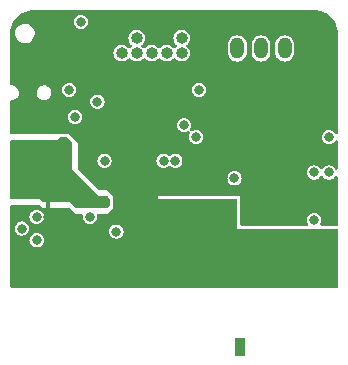
<source format=gbr>
%TF.GenerationSoftware,KiCad,Pcbnew,7.0.5*%
%TF.CreationDate,2023-08-24T03:33:07+02:00*%
%TF.ProjectId,Reader_Module,52656164-6572-45f4-9d6f-64756c652e6b,rev?*%
%TF.SameCoordinates,Original*%
%TF.FileFunction,Copper,L2,Inr*%
%TF.FilePolarity,Positive*%
%FSLAX46Y46*%
G04 Gerber Fmt 4.6, Leading zero omitted, Abs format (unit mm)*
G04 Created by KiCad (PCBNEW 7.0.5) date 2023-08-24 03:33:07*
%MOMM*%
%LPD*%
G01*
G04 APERTURE LIST*
G04 Aperture macros list*
%AMRoundRect*
0 Rectangle with rounded corners*
0 $1 Rounding radius*
0 $2 $3 $4 $5 $6 $7 $8 $9 X,Y pos of 4 corners*
0 Add a 4 corners polygon primitive as box body*
4,1,4,$2,$3,$4,$5,$6,$7,$8,$9,$2,$3,0*
0 Add four circle primitives for the rounded corners*
1,1,$1+$1,$2,$3*
1,1,$1+$1,$4,$5*
1,1,$1+$1,$6,$7*
1,1,$1+$1,$8,$9*
0 Add four rect primitives between the rounded corners*
20,1,$1+$1,$2,$3,$4,$5,0*
20,1,$1+$1,$4,$5,$6,$7,0*
20,1,$1+$1,$6,$7,$8,$9,0*
20,1,$1+$1,$8,$9,$2,$3,0*%
%AMFreePoly0*
4,1,5,0.400000,-0.750000,-0.400000,-0.750000,-0.400000,0.750000,0.400000,0.750000,0.400000,-0.750000,0.400000,-0.750000,$1*%
G04 Aperture macros list end*
%TA.AperFunction,ComponentPad*%
%ADD10RoundRect,0.250000X0.350000X0.650000X-0.350000X0.650000X-0.350000X-0.650000X0.350000X-0.650000X0*%
%TD*%
%TA.AperFunction,ComponentPad*%
%ADD11O,1.200000X1.800000*%
%TD*%
%TA.AperFunction,ComponentPad*%
%ADD12FreePoly0,0.000000*%
%TD*%
%TA.AperFunction,ComponentPad*%
%ADD13R,1.000000X1.000000*%
%TD*%
%TA.AperFunction,ComponentPad*%
%ADD14O,1.000000X1.000000*%
%TD*%
%TA.AperFunction,ViaPad*%
%ADD15C,0.800000*%
%TD*%
%TA.AperFunction,Conductor*%
%ADD16C,0.300000*%
%TD*%
G04 APERTURE END LIST*
D10*
%TO.N,GND*%
%TO.C,J2*%
X133250000Y-65000000D03*
D11*
%TO.N,/CAN/CAN_CON-*%
X131250000Y-65000000D03*
%TO.N,/CAN/CAN_CON+*%
X129250000Y-65000000D03*
%TO.N,/CAN/CONN_5V*%
X127250000Y-65000000D03*
%TD*%
D12*
%TO.N,GND*%
%TO.C,AE1*%
X127500000Y-90312500D03*
%TD*%
D13*
%TO.N,GND*%
%TO.C,J1*%
X117450000Y-64125000D03*
D14*
%TO.N,/MCU/NRST*%
X117450000Y-65395000D03*
%TO.N,unconnected-(J1-Pin_3-Pad3)*%
X118720000Y-64125000D03*
%TO.N,unconnected-(J1-Pin_4-Pad4)*%
X118720000Y-65395000D03*
%TO.N,GND*%
X119990000Y-64125000D03*
%TO.N,/MCU/SWO*%
X119990000Y-65395000D03*
%TO.N,GND*%
X121260000Y-64125000D03*
%TO.N,/MCU/SWCLK*%
X121260000Y-65395000D03*
%TO.N,+3V3*%
X122530000Y-64125000D03*
%TO.N,/MCU/SWDIO*%
X122530000Y-65395000D03*
%TD*%
D15*
%TO.N,GND*%
X127000000Y-77000000D03*
X123750000Y-71500000D03*
X123012299Y-74512299D03*
X117500000Y-78000000D03*
X109250000Y-68750000D03*
X113750000Y-83500000D03*
X127500000Y-84500000D03*
X111500002Y-67000000D03*
X111250000Y-77500000D03*
X115000000Y-83500000D03*
X111500000Y-71750000D03*
X123250000Y-84500000D03*
X112500000Y-73000052D03*
X118500000Y-78000000D03*
X118000000Y-70500000D03*
X117500000Y-77000000D03*
X120000000Y-71500000D03*
X111250024Y-79250000D03*
X112500000Y-83500000D03*
X130000016Y-82500000D03*
X127500000Y-83500000D03*
X119000000Y-70500000D03*
X117500000Y-83500000D03*
X129615009Y-77135009D03*
X118000000Y-71500000D03*
X124500000Y-76750000D03*
X124000000Y-65500000D03*
X116250000Y-83500000D03*
X119700700Y-80500000D03*
X126250026Y-83500000D03*
X133500000Y-70000000D03*
X113500000Y-71800003D03*
X123750000Y-73500000D03*
X133762653Y-78487347D03*
X117500000Y-76000000D03*
X131250000Y-82500000D03*
X119500000Y-77000000D03*
X113000000Y-67500000D03*
X132500000Y-82500000D03*
X115250000Y-62750000D03*
X119000000Y-71500000D03*
X124250000Y-79000000D03*
X120000000Y-70500000D03*
X118500000Y-76000000D03*
X135000000Y-78500000D03*
X129250000Y-70750000D03*
X119500000Y-76000000D03*
X133750000Y-72520000D03*
X113000000Y-66250000D03*
X131250000Y-70750000D03*
X127000000Y-70000000D03*
X125750000Y-68500000D03*
X118500000Y-77000000D03*
X123250000Y-81500000D03*
X119500000Y-78000000D03*
X111250000Y-83500000D03*
%TO.N,+3V3*%
X109000000Y-80250000D03*
X110250000Y-81250000D03*
X114000000Y-62750000D03*
X113500000Y-70800000D03*
X123750000Y-72500000D03*
X133750000Y-75500000D03*
X135000000Y-72520000D03*
X113000000Y-68500000D03*
X135000000Y-75500000D03*
X110250000Y-79249998D03*
%TO.N,+5V*%
X116000000Y-74500000D03*
X117000000Y-80500000D03*
X124000000Y-68500000D03*
%TO.N,Net-(U2-R)*%
X133750000Y-79500000D03*
X127000000Y-76000000D03*
%TO.N,/TRF/VDD_X*%
X114750000Y-79250000D03*
X121000000Y-74500000D03*
%TO.N,/MCU/TRF_IRQ*%
X122750000Y-71500000D03*
X122000000Y-74500000D03*
%TO.N,/MCU/Strapping/DBG_LED*%
X115394298Y-69500000D03*
%TD*%
D16*
%TO.N,GND*%
X111250024Y-77500024D02*
X111250000Y-77500000D01*
X111250024Y-79250000D02*
X111250024Y-77500024D01*
%TD*%
%TA.AperFunction,Conductor*%
%TO.N,GND*%
G36*
X112765677Y-72519685D02*
G01*
X112786319Y-72536319D01*
X113213681Y-72963681D01*
X113247166Y-73025004D01*
X113250000Y-73051362D01*
X113250000Y-75250000D01*
X115500000Y-77500000D01*
X116198638Y-77500000D01*
X116265677Y-77519685D01*
X116286319Y-77536319D01*
X116463682Y-77713682D01*
X116497166Y-77775003D01*
X116500000Y-77801361D01*
X116500000Y-78198638D01*
X116480315Y-78265677D01*
X116463681Y-78286319D01*
X116286319Y-78463681D01*
X116224996Y-78497166D01*
X116198638Y-78500000D01*
X113551362Y-78500000D01*
X113484323Y-78480315D01*
X113463681Y-78463681D01*
X113000000Y-78000000D01*
X110801362Y-78000000D01*
X110734323Y-77980315D01*
X110713681Y-77963681D01*
X110500000Y-77750000D01*
X108124500Y-77750000D01*
X108057461Y-77730315D01*
X108011706Y-77677511D01*
X108000500Y-77626000D01*
X108000500Y-72874000D01*
X108020185Y-72806961D01*
X108072989Y-72761206D01*
X108124500Y-72750000D01*
X112000000Y-72750000D01*
X112213680Y-72536319D01*
X112275004Y-72502834D01*
X112301362Y-72500000D01*
X112698638Y-72500000D01*
X112765677Y-72519685D01*
G37*
%TD.AperFunction*%
%TD*%
%TA.AperFunction,Conductor*%
%TO.N,GND*%
G36*
X133752018Y-61750633D02*
G01*
X133935281Y-61762644D01*
X134006937Y-61767340D01*
X134014970Y-61768398D01*
X134249158Y-61814980D01*
X134263517Y-61817837D01*
X134271358Y-61819938D01*
X134340361Y-61843361D01*
X134511337Y-61901399D01*
X134518811Y-61904495D01*
X134746107Y-62016585D01*
X134753132Y-62020642D01*
X134963840Y-62161433D01*
X134970268Y-62166365D01*
X135147415Y-62321718D01*
X135160801Y-62333457D01*
X135166540Y-62339196D01*
X135333632Y-62529729D01*
X135338570Y-62536164D01*
X135479357Y-62746867D01*
X135483416Y-62753897D01*
X135586113Y-62962146D01*
X135595498Y-62981175D01*
X135598602Y-62988670D01*
X135615222Y-63037629D01*
X135680061Y-63228641D01*
X135682162Y-63236482D01*
X135731599Y-63485016D01*
X135732659Y-63493065D01*
X135749367Y-63747980D01*
X135749500Y-63752036D01*
X135749500Y-72145045D01*
X135729815Y-72212084D01*
X135677011Y-72257839D01*
X135607853Y-72267783D01*
X135544297Y-72238758D01*
X135527124Y-72220532D01*
X135509190Y-72197160D01*
X135428282Y-72091718D01*
X135302841Y-71995464D01*
X135257736Y-71976781D01*
X135156762Y-71934956D01*
X135156760Y-71934955D01*
X135000001Y-71914318D01*
X134999999Y-71914318D01*
X134843239Y-71934955D01*
X134843237Y-71934956D01*
X134697160Y-71995463D01*
X134571718Y-72091718D01*
X134475463Y-72217160D01*
X134414956Y-72363237D01*
X134414955Y-72363239D01*
X134394318Y-72519998D01*
X134394318Y-72520001D01*
X134414955Y-72676760D01*
X134414956Y-72676762D01*
X134475464Y-72822841D01*
X134571718Y-72948282D01*
X134697159Y-73044536D01*
X134843238Y-73105044D01*
X134921619Y-73115363D01*
X134999999Y-73125682D01*
X135000000Y-73125682D01*
X135000001Y-73125682D01*
X135052253Y-73118802D01*
X135156762Y-73105044D01*
X135302841Y-73044536D01*
X135428282Y-72948282D01*
X135524536Y-72822841D01*
X135524537Y-72822839D01*
X135527124Y-72819468D01*
X135583552Y-72778265D01*
X135653298Y-72774110D01*
X135714218Y-72808322D01*
X135746971Y-72870040D01*
X135749500Y-72894954D01*
X135749500Y-75125045D01*
X135729815Y-75192084D01*
X135677011Y-75237839D01*
X135607853Y-75247783D01*
X135544297Y-75218758D01*
X135527124Y-75200532D01*
X135520642Y-75192084D01*
X135428282Y-75071718D01*
X135302841Y-74975464D01*
X135156762Y-74914956D01*
X135156760Y-74914955D01*
X135000001Y-74894318D01*
X134999999Y-74894318D01*
X134843239Y-74914955D01*
X134843237Y-74914956D01*
X134697160Y-74975463D01*
X134571718Y-75071718D01*
X134473376Y-75199880D01*
X134416947Y-75241082D01*
X134347201Y-75245237D01*
X134286281Y-75211024D01*
X134276624Y-75199880D01*
X134204343Y-75105682D01*
X134178282Y-75071718D01*
X134052841Y-74975464D01*
X133906762Y-74914956D01*
X133906760Y-74914955D01*
X133750001Y-74894318D01*
X133749999Y-74894318D01*
X133593239Y-74914955D01*
X133593237Y-74914956D01*
X133447160Y-74975463D01*
X133321718Y-75071718D01*
X133225463Y-75197160D01*
X133164956Y-75343237D01*
X133164955Y-75343239D01*
X133144318Y-75499998D01*
X133144318Y-75500001D01*
X133164955Y-75656760D01*
X133164956Y-75656762D01*
X133225464Y-75802841D01*
X133321718Y-75928282D01*
X133447159Y-76024536D01*
X133593238Y-76085044D01*
X133671619Y-76095363D01*
X133749999Y-76105682D01*
X133750000Y-76105682D01*
X133750001Y-76105682D01*
X133802254Y-76098802D01*
X133906762Y-76085044D01*
X134052841Y-76024536D01*
X134178282Y-75928282D01*
X134274536Y-75802841D01*
X134274535Y-75802841D01*
X134276624Y-75800120D01*
X134333052Y-75758917D01*
X134402798Y-75754762D01*
X134463718Y-75788974D01*
X134473376Y-75800120D01*
X134506461Y-75843238D01*
X134571718Y-75928282D01*
X134697159Y-76024536D01*
X134843238Y-76085044D01*
X134921619Y-76095363D01*
X134999999Y-76105682D01*
X135000000Y-76105682D01*
X135000001Y-76105682D01*
X135052254Y-76098802D01*
X135156762Y-76085044D01*
X135302841Y-76024536D01*
X135428282Y-75928282D01*
X135524536Y-75802841D01*
X135524537Y-75802839D01*
X135527124Y-75799468D01*
X135583552Y-75758265D01*
X135653298Y-75754110D01*
X135714218Y-75788322D01*
X135746971Y-75850040D01*
X135749500Y-75874954D01*
X135749500Y-79876000D01*
X135729815Y-79943039D01*
X135677011Y-79988794D01*
X135625500Y-80000000D01*
X134374698Y-80000000D01*
X134307659Y-79980315D01*
X134261904Y-79927511D01*
X134251960Y-79858353D01*
X134272003Y-79810765D01*
X134270472Y-79809881D01*
X134274534Y-79802843D01*
X134274536Y-79802841D01*
X134335044Y-79656762D01*
X134355682Y-79500000D01*
X134335044Y-79343238D01*
X134274536Y-79197159D01*
X134178282Y-79071718D01*
X134052841Y-78975464D01*
X133984504Y-78947158D01*
X133906762Y-78914956D01*
X133906760Y-78914955D01*
X133750001Y-78894318D01*
X133749999Y-78894318D01*
X133593239Y-78914955D01*
X133593237Y-78914956D01*
X133447160Y-78975463D01*
X133321718Y-79071718D01*
X133225463Y-79197160D01*
X133164956Y-79343237D01*
X133164955Y-79343239D01*
X133144318Y-79499998D01*
X133144318Y-79500001D01*
X133164955Y-79656760D01*
X133164956Y-79656762D01*
X133173869Y-79678281D01*
X133225465Y-79802843D01*
X133229528Y-79809881D01*
X133227706Y-79810932D01*
X133248872Y-79865686D01*
X133234832Y-79934130D01*
X133186017Y-79984119D01*
X133125302Y-80000000D01*
X127624000Y-80000000D01*
X127556961Y-79980315D01*
X127511206Y-79927511D01*
X127500000Y-79876000D01*
X127500000Y-77500000D01*
X120500000Y-77500000D01*
X120500000Y-77750000D01*
X127126000Y-77750000D01*
X127193039Y-77769685D01*
X127238794Y-77822489D01*
X127250000Y-77874000D01*
X127250000Y-80250000D01*
X135625500Y-80250000D01*
X135692539Y-80269685D01*
X135738294Y-80322489D01*
X135749500Y-80374000D01*
X135749500Y-85126000D01*
X135729815Y-85193039D01*
X135677011Y-85238794D01*
X135625500Y-85250000D01*
X108124500Y-85250000D01*
X108057461Y-85230315D01*
X108011706Y-85177511D01*
X108000500Y-85126000D01*
X108000500Y-81250001D01*
X109644318Y-81250001D01*
X109664955Y-81406760D01*
X109664956Y-81406762D01*
X109725464Y-81552841D01*
X109821718Y-81678282D01*
X109947159Y-81774536D01*
X110093238Y-81835044D01*
X110171618Y-81845363D01*
X110249999Y-81855682D01*
X110250000Y-81855682D01*
X110250001Y-81855682D01*
X110302254Y-81848802D01*
X110406762Y-81835044D01*
X110552841Y-81774536D01*
X110678282Y-81678282D01*
X110774536Y-81552841D01*
X110835044Y-81406762D01*
X110855682Y-81250000D01*
X110835044Y-81093238D01*
X110774536Y-80947159D01*
X110678282Y-80821718D01*
X110552841Y-80725464D01*
X110406762Y-80664956D01*
X110406760Y-80664955D01*
X110250001Y-80644318D01*
X110249999Y-80644318D01*
X110093239Y-80664955D01*
X110093237Y-80664956D01*
X109947160Y-80725463D01*
X109821718Y-80821718D01*
X109725463Y-80947160D01*
X109664956Y-81093237D01*
X109664955Y-81093239D01*
X109644318Y-81249998D01*
X109644318Y-81250001D01*
X108000500Y-81250001D01*
X108000500Y-80250000D01*
X108394318Y-80250000D01*
X108414955Y-80406760D01*
X108414956Y-80406762D01*
X108453576Y-80500000D01*
X108475464Y-80552841D01*
X108571718Y-80678282D01*
X108697159Y-80774536D01*
X108843238Y-80835044D01*
X108921619Y-80845363D01*
X108999999Y-80855682D01*
X109000000Y-80855682D01*
X109000001Y-80855682D01*
X109052253Y-80848802D01*
X109156762Y-80835044D01*
X109302841Y-80774536D01*
X109428282Y-80678282D01*
X109524536Y-80552841D01*
X109546423Y-80500001D01*
X116394318Y-80500001D01*
X116414955Y-80656760D01*
X116414956Y-80656762D01*
X116475464Y-80802841D01*
X116571718Y-80928282D01*
X116697159Y-81024536D01*
X116843238Y-81085044D01*
X116905478Y-81093238D01*
X116999999Y-81105682D01*
X117000000Y-81105682D01*
X117000001Y-81105682D01*
X117094514Y-81093239D01*
X117156762Y-81085044D01*
X117302841Y-81024536D01*
X117428282Y-80928282D01*
X117524536Y-80802841D01*
X117585044Y-80656762D01*
X117605682Y-80500000D01*
X117585044Y-80343238D01*
X117524536Y-80197159D01*
X117428282Y-80071718D01*
X117302841Y-79975464D01*
X117156762Y-79914956D01*
X117156760Y-79914955D01*
X117000001Y-79894318D01*
X116999999Y-79894318D01*
X116843239Y-79914955D01*
X116843237Y-79914956D01*
X116697160Y-79975463D01*
X116571718Y-80071718D01*
X116475463Y-80197160D01*
X116414956Y-80343237D01*
X116414955Y-80343239D01*
X116394318Y-80499998D01*
X116394318Y-80500001D01*
X109546423Y-80500001D01*
X109585044Y-80406762D01*
X109605682Y-80250000D01*
X109598725Y-80197159D01*
X109585044Y-80093239D01*
X109585044Y-80093238D01*
X109524536Y-79947159D01*
X109428282Y-79821718D01*
X109302841Y-79725464D01*
X109156762Y-79664956D01*
X109156760Y-79664955D01*
X109000001Y-79644318D01*
X108999999Y-79644318D01*
X108843239Y-79664955D01*
X108843237Y-79664956D01*
X108697160Y-79725463D01*
X108571718Y-79821718D01*
X108475463Y-79947160D01*
X108414956Y-80093237D01*
X108414955Y-80093239D01*
X108394318Y-80249998D01*
X108394318Y-80250000D01*
X108000500Y-80250000D01*
X108000500Y-79249999D01*
X109644318Y-79249999D01*
X109664955Y-79406758D01*
X109664956Y-79406760D01*
X109703576Y-79499998D01*
X109725464Y-79552839D01*
X109821718Y-79678280D01*
X109947159Y-79774534D01*
X110093238Y-79835042D01*
X110171618Y-79845361D01*
X110249999Y-79855680D01*
X110250000Y-79855680D01*
X110250001Y-79855680D01*
X110302254Y-79848800D01*
X110406762Y-79835042D01*
X110552841Y-79774534D01*
X110678282Y-79678280D01*
X110774536Y-79552839D01*
X110835044Y-79406760D01*
X110855682Y-79249998D01*
X110835044Y-79093236D01*
X110774536Y-78947157D01*
X110678282Y-78821716D01*
X110552841Y-78725462D01*
X110406762Y-78664954D01*
X110406760Y-78664953D01*
X110250001Y-78644316D01*
X110249999Y-78644316D01*
X110093239Y-78664953D01*
X110093237Y-78664954D01*
X109947160Y-78725461D01*
X109821718Y-78821716D01*
X109725463Y-78947158D01*
X109664956Y-79093235D01*
X109664955Y-79093237D01*
X109644318Y-79249996D01*
X109644318Y-79249999D01*
X108000500Y-79249999D01*
X108000500Y-78374000D01*
X108020185Y-78306961D01*
X108072989Y-78261206D01*
X108124500Y-78250000D01*
X110448638Y-78250000D01*
X110515677Y-78269685D01*
X110536319Y-78286319D01*
X110750000Y-78500000D01*
X112948638Y-78500000D01*
X113015677Y-78519685D01*
X113036319Y-78536319D01*
X113500000Y-79000000D01*
X114035836Y-79000000D01*
X114102875Y-79019685D01*
X114148630Y-79072489D01*
X114158775Y-79140185D01*
X114144318Y-79249998D01*
X114144318Y-79250001D01*
X114164955Y-79406760D01*
X114164956Y-79406762D01*
X114203576Y-79500000D01*
X114225464Y-79552841D01*
X114321718Y-79678282D01*
X114447159Y-79774536D01*
X114593238Y-79835044D01*
X114671619Y-79845363D01*
X114749999Y-79855682D01*
X114750000Y-79855682D01*
X114750001Y-79855682D01*
X114802253Y-79848802D01*
X114906762Y-79835044D01*
X115052841Y-79774536D01*
X115178282Y-79678282D01*
X115274536Y-79552841D01*
X115335044Y-79406762D01*
X115355682Y-79250000D01*
X115355682Y-79249998D01*
X115341225Y-79140185D01*
X115351991Y-79071150D01*
X115398371Y-79018894D01*
X115464164Y-79000000D01*
X116250000Y-79000000D01*
X116750000Y-78500000D01*
X116750000Y-77500000D01*
X116250000Y-77000000D01*
X115551362Y-77000000D01*
X115484323Y-76980315D01*
X115463681Y-76963681D01*
X114500001Y-76000001D01*
X126394318Y-76000001D01*
X126414955Y-76156760D01*
X126414956Y-76156762D01*
X126475464Y-76302841D01*
X126571718Y-76428282D01*
X126697159Y-76524536D01*
X126843238Y-76585044D01*
X126921619Y-76595363D01*
X126999999Y-76605682D01*
X127000000Y-76605682D01*
X127000001Y-76605682D01*
X127052253Y-76598802D01*
X127156762Y-76585044D01*
X127302841Y-76524536D01*
X127428282Y-76428282D01*
X127524536Y-76302841D01*
X127585044Y-76156762D01*
X127605682Y-76000000D01*
X127585044Y-75843238D01*
X127524536Y-75697159D01*
X127428282Y-75571718D01*
X127302841Y-75475464D01*
X127156762Y-75414956D01*
X127156760Y-75414955D01*
X127000001Y-75394318D01*
X126999999Y-75394318D01*
X126843239Y-75414955D01*
X126843237Y-75414956D01*
X126697160Y-75475463D01*
X126571718Y-75571718D01*
X126475463Y-75697160D01*
X126414956Y-75843237D01*
X126414955Y-75843239D01*
X126394318Y-75999998D01*
X126394318Y-76000001D01*
X114500001Y-76000001D01*
X113786319Y-75286319D01*
X113752834Y-75224996D01*
X113750000Y-75198638D01*
X113750000Y-74500001D01*
X115394318Y-74500001D01*
X115414955Y-74656760D01*
X115414956Y-74656762D01*
X115475464Y-74802841D01*
X115571718Y-74928282D01*
X115697159Y-75024536D01*
X115843238Y-75085044D01*
X115921619Y-75095363D01*
X115999999Y-75105682D01*
X116000000Y-75105682D01*
X116000001Y-75105682D01*
X116052253Y-75098802D01*
X116156762Y-75085044D01*
X116302841Y-75024536D01*
X116428282Y-74928282D01*
X116524536Y-74802841D01*
X116585044Y-74656762D01*
X116605682Y-74500001D01*
X120394318Y-74500001D01*
X120414955Y-74656760D01*
X120414956Y-74656762D01*
X120475464Y-74802841D01*
X120571718Y-74928282D01*
X120697159Y-75024536D01*
X120843238Y-75085044D01*
X120921619Y-75095363D01*
X120999999Y-75105682D01*
X121000000Y-75105682D01*
X121000001Y-75105682D01*
X121052253Y-75098802D01*
X121156762Y-75085044D01*
X121302841Y-75024536D01*
X121424515Y-74931171D01*
X121489683Y-74905979D01*
X121558127Y-74920017D01*
X121575478Y-74931167D01*
X121697159Y-75024536D01*
X121843238Y-75085044D01*
X121921619Y-75095363D01*
X121999999Y-75105682D01*
X122000000Y-75105682D01*
X122000001Y-75105682D01*
X122052253Y-75098802D01*
X122156762Y-75085044D01*
X122302841Y-75024536D01*
X122428282Y-74928282D01*
X122524536Y-74802841D01*
X122585044Y-74656762D01*
X122605682Y-74500000D01*
X122585044Y-74343238D01*
X122524536Y-74197159D01*
X122428282Y-74071718D01*
X122302841Y-73975464D01*
X122156762Y-73914956D01*
X122156760Y-73914955D01*
X122000001Y-73894318D01*
X121999999Y-73894318D01*
X121843239Y-73914955D01*
X121843237Y-73914956D01*
X121697157Y-73975464D01*
X121575486Y-74068826D01*
X121510317Y-74094020D01*
X121441872Y-74079981D01*
X121424514Y-74068826D01*
X121302842Y-73975464D01*
X121156762Y-73914956D01*
X121156760Y-73914955D01*
X121000001Y-73894318D01*
X120999999Y-73894318D01*
X120843239Y-73914955D01*
X120843237Y-73914956D01*
X120697160Y-73975463D01*
X120571718Y-74071718D01*
X120475463Y-74197160D01*
X120414956Y-74343237D01*
X120414955Y-74343239D01*
X120394318Y-74499998D01*
X120394318Y-74500001D01*
X116605682Y-74500001D01*
X116605682Y-74500000D01*
X116585044Y-74343238D01*
X116524536Y-74197159D01*
X116428282Y-74071718D01*
X116302841Y-73975464D01*
X116156762Y-73914956D01*
X116156760Y-73914955D01*
X116000001Y-73894318D01*
X115999999Y-73894318D01*
X115843239Y-73914955D01*
X115843237Y-73914956D01*
X115697160Y-73975463D01*
X115571718Y-74071718D01*
X115475463Y-74197160D01*
X115414956Y-74343237D01*
X115414955Y-74343239D01*
X115394318Y-74499998D01*
X115394318Y-74500001D01*
X113750000Y-74500001D01*
X113750000Y-73000000D01*
X113000000Y-72250000D01*
X108124500Y-72250000D01*
X108057461Y-72230315D01*
X108011706Y-72177511D01*
X108000500Y-72126000D01*
X108000500Y-71500001D01*
X122144318Y-71500001D01*
X122164955Y-71656760D01*
X122164956Y-71656762D01*
X122225464Y-71802841D01*
X122321718Y-71928282D01*
X122447159Y-72024536D01*
X122593238Y-72085044D01*
X122671619Y-72095363D01*
X122749999Y-72105682D01*
X122750000Y-72105682D01*
X122750001Y-72105682D01*
X122802254Y-72098802D01*
X122906762Y-72085044D01*
X123052841Y-72024536D01*
X123052845Y-72024532D01*
X123059881Y-72020472D01*
X123061476Y-72023235D01*
X123112625Y-72003434D01*
X123181077Y-72017440D01*
X123231089Y-72066231D01*
X123246784Y-72134315D01*
X123227228Y-72188791D01*
X123229528Y-72190119D01*
X123225465Y-72197156D01*
X123164956Y-72343237D01*
X123164955Y-72343239D01*
X123144318Y-72499998D01*
X123144318Y-72500001D01*
X123164955Y-72656760D01*
X123164956Y-72656762D01*
X123225464Y-72802841D01*
X123321718Y-72928282D01*
X123447159Y-73024536D01*
X123593238Y-73085044D01*
X123671619Y-73095363D01*
X123749999Y-73105682D01*
X123750000Y-73105682D01*
X123750001Y-73105682D01*
X123802254Y-73098802D01*
X123906762Y-73085044D01*
X124052841Y-73024536D01*
X124178282Y-72928282D01*
X124274536Y-72802841D01*
X124335044Y-72656762D01*
X124355682Y-72500000D01*
X124335044Y-72343238D01*
X124274536Y-72197159D01*
X124178282Y-72071718D01*
X124052841Y-71975464D01*
X123906762Y-71914956D01*
X123906760Y-71914955D01*
X123750001Y-71894318D01*
X123749999Y-71894318D01*
X123593239Y-71914955D01*
X123593237Y-71914956D01*
X123447156Y-71975465D01*
X123440119Y-71979528D01*
X123438533Y-71976781D01*
X123387251Y-71996575D01*
X123318814Y-71982501D01*
X123268850Y-71933661D01*
X123253222Y-71865561D01*
X123272789Y-71811218D01*
X123270472Y-71809881D01*
X123274534Y-71802843D01*
X123274536Y-71802841D01*
X123335044Y-71656762D01*
X123355682Y-71500000D01*
X123335044Y-71343238D01*
X123274536Y-71197159D01*
X123178282Y-71071718D01*
X123052841Y-70975464D01*
X123007690Y-70956762D01*
X122906762Y-70914956D01*
X122906760Y-70914955D01*
X122750001Y-70894318D01*
X122749999Y-70894318D01*
X122593239Y-70914955D01*
X122593237Y-70914956D01*
X122447160Y-70975463D01*
X122321718Y-71071718D01*
X122225463Y-71197160D01*
X122164956Y-71343237D01*
X122164955Y-71343239D01*
X122144318Y-71499998D01*
X122144318Y-71500001D01*
X108000500Y-71500001D01*
X108000500Y-70800001D01*
X112894318Y-70800001D01*
X112914955Y-70956760D01*
X112914956Y-70956762D01*
X112975464Y-71102841D01*
X113071718Y-71228282D01*
X113197159Y-71324536D01*
X113343238Y-71385044D01*
X113421619Y-71395363D01*
X113499999Y-71405682D01*
X113500000Y-71405682D01*
X113500001Y-71405682D01*
X113552253Y-71398802D01*
X113656762Y-71385044D01*
X113802841Y-71324536D01*
X113928282Y-71228282D01*
X114024536Y-71102841D01*
X114085044Y-70956762D01*
X114105682Y-70800000D01*
X114085044Y-70643238D01*
X114024536Y-70497159D01*
X113928282Y-70371718D01*
X113802841Y-70275464D01*
X113656762Y-70214956D01*
X113656760Y-70214955D01*
X113500001Y-70194318D01*
X113499999Y-70194318D01*
X113343239Y-70214955D01*
X113343237Y-70214956D01*
X113197160Y-70275463D01*
X113071718Y-70371718D01*
X112975463Y-70497160D01*
X112914956Y-70643237D01*
X112914955Y-70643239D01*
X112894318Y-70799998D01*
X112894318Y-70800001D01*
X108000500Y-70800001D01*
X108000500Y-69500001D01*
X114788616Y-69500001D01*
X114809253Y-69656760D01*
X114809254Y-69656762D01*
X114869762Y-69802841D01*
X114966016Y-69928282D01*
X115091457Y-70024536D01*
X115237536Y-70085044D01*
X115315916Y-70095363D01*
X115394297Y-70105682D01*
X115394298Y-70105682D01*
X115394299Y-70105682D01*
X115446551Y-70098802D01*
X115551060Y-70085044D01*
X115697139Y-70024536D01*
X115822580Y-69928282D01*
X115918834Y-69802841D01*
X115979342Y-69656762D01*
X115999980Y-69500000D01*
X115979342Y-69343238D01*
X115918834Y-69197159D01*
X115822580Y-69071718D01*
X115697139Y-68975464D01*
X115623172Y-68944826D01*
X115551060Y-68914956D01*
X115551058Y-68914955D01*
X115394299Y-68894318D01*
X115394297Y-68894318D01*
X115237537Y-68914955D01*
X115237535Y-68914956D01*
X115091458Y-68975463D01*
X114966016Y-69071718D01*
X114869761Y-69197160D01*
X114809254Y-69343237D01*
X114809253Y-69343239D01*
X114788616Y-69499998D01*
X114788616Y-69500001D01*
X108000500Y-69500001D01*
X108000500Y-69499500D01*
X108020185Y-69432461D01*
X108072989Y-69386706D01*
X108124500Y-69375500D01*
X108164348Y-69375500D01*
X108164350Y-69375500D01*
X108164355Y-69375499D01*
X108164359Y-69375499D01*
X108177088Y-69373890D01*
X108281792Y-69360664D01*
X108428732Y-69302486D01*
X108556587Y-69209594D01*
X108657324Y-69087823D01*
X108724614Y-68944826D01*
X108754227Y-68789588D01*
X108749246Y-68710415D01*
X110245773Y-68710415D01*
X110255696Y-68868137D01*
X110255696Y-68868140D01*
X110280614Y-68944828D01*
X110304533Y-69018441D01*
X110389214Y-69151877D01*
X110504418Y-69260062D01*
X110504420Y-69260063D01*
X110504422Y-69260065D01*
X110581578Y-69302481D01*
X110642908Y-69336197D01*
X110795981Y-69375500D01*
X110795984Y-69375500D01*
X110914348Y-69375500D01*
X110914350Y-69375500D01*
X110914355Y-69375499D01*
X110914359Y-69375499D01*
X110927088Y-69373890D01*
X111031792Y-69360664D01*
X111178732Y-69302486D01*
X111306587Y-69209594D01*
X111407324Y-69087823D01*
X111474614Y-68944826D01*
X111504227Y-68789588D01*
X111494304Y-68631862D01*
X111451459Y-68500001D01*
X112394318Y-68500001D01*
X112414955Y-68656760D01*
X112414956Y-68656762D01*
X112475464Y-68802841D01*
X112571718Y-68928282D01*
X112697159Y-69024536D01*
X112843238Y-69085044D01*
X112864332Y-69087821D01*
X112999999Y-69105682D01*
X113000000Y-69105682D01*
X113000001Y-69105682D01*
X113052253Y-69098802D01*
X113156762Y-69085044D01*
X113302841Y-69024536D01*
X113428282Y-68928282D01*
X113524536Y-68802841D01*
X113585044Y-68656762D01*
X113605682Y-68500001D01*
X123394318Y-68500001D01*
X123414955Y-68656760D01*
X123414956Y-68656762D01*
X123475464Y-68802841D01*
X123571718Y-68928282D01*
X123697159Y-69024536D01*
X123843238Y-69085044D01*
X123864332Y-69087821D01*
X123999999Y-69105682D01*
X124000000Y-69105682D01*
X124000001Y-69105682D01*
X124052253Y-69098802D01*
X124156762Y-69085044D01*
X124302841Y-69024536D01*
X124428282Y-68928282D01*
X124524536Y-68802841D01*
X124585044Y-68656762D01*
X124605682Y-68500000D01*
X124585044Y-68343238D01*
X124524536Y-68197159D01*
X124428282Y-68071718D01*
X124302841Y-67975464D01*
X124156762Y-67914956D01*
X124156760Y-67914955D01*
X124000001Y-67894318D01*
X123999999Y-67894318D01*
X123843239Y-67914955D01*
X123843237Y-67914956D01*
X123697160Y-67975463D01*
X123571718Y-68071718D01*
X123475463Y-68197160D01*
X123414956Y-68343237D01*
X123414955Y-68343239D01*
X123394318Y-68499998D01*
X123394318Y-68500001D01*
X113605682Y-68500001D01*
X113605682Y-68500000D01*
X113585044Y-68343238D01*
X113524536Y-68197159D01*
X113428282Y-68071718D01*
X113302841Y-67975464D01*
X113156762Y-67914956D01*
X113156760Y-67914955D01*
X113000001Y-67894318D01*
X112999999Y-67894318D01*
X112843239Y-67914955D01*
X112843237Y-67914956D01*
X112697160Y-67975463D01*
X112571718Y-68071718D01*
X112475463Y-68197160D01*
X112414956Y-68343237D01*
X112414955Y-68343239D01*
X112394318Y-68499998D01*
X112394318Y-68500001D01*
X111451459Y-68500001D01*
X111445467Y-68481559D01*
X111360786Y-68348123D01*
X111245582Y-68239938D01*
X111245579Y-68239936D01*
X111245577Y-68239934D01*
X111107095Y-68163804D01*
X111107087Y-68163801D01*
X110954021Y-68124500D01*
X110954019Y-68124500D01*
X110835650Y-68124500D01*
X110835640Y-68124500D01*
X110718208Y-68139336D01*
X110718206Y-68139336D01*
X110571269Y-68197513D01*
X110571260Y-68197518D01*
X110443416Y-68290402D01*
X110443415Y-68290403D01*
X110342674Y-68412178D01*
X110275387Y-68555171D01*
X110275385Y-68555174D01*
X110260757Y-68631862D01*
X110245773Y-68710412D01*
X110245773Y-68710414D01*
X110245773Y-68710415D01*
X108749246Y-68710415D01*
X108744304Y-68631862D01*
X108695467Y-68481559D01*
X108610786Y-68348123D01*
X108495582Y-68239938D01*
X108495579Y-68239936D01*
X108495577Y-68239934D01*
X108357095Y-68163804D01*
X108357087Y-68163801D01*
X108204021Y-68124500D01*
X108204019Y-68124500D01*
X108124500Y-68124500D01*
X108057461Y-68104815D01*
X108011706Y-68052011D01*
X108000500Y-68000500D01*
X108000500Y-65394999D01*
X116744355Y-65394999D01*
X116764859Y-65563869D01*
X116764860Y-65563874D01*
X116825182Y-65722931D01*
X116879941Y-65802262D01*
X116921817Y-65862929D01*
X116997316Y-65929815D01*
X117049150Y-65975736D01*
X117199773Y-66054789D01*
X117199775Y-66054790D01*
X117364944Y-66095500D01*
X117535056Y-66095500D01*
X117700225Y-66054790D01*
X117779692Y-66013081D01*
X117850849Y-65975736D01*
X117850850Y-65975734D01*
X117850852Y-65975734D01*
X117978183Y-65862929D01*
X117982950Y-65856021D01*
X118037230Y-65812033D01*
X118106678Y-65804372D01*
X118169244Y-65835473D01*
X118187046Y-65856017D01*
X118191817Y-65862929D01*
X118267316Y-65929815D01*
X118319150Y-65975736D01*
X118469773Y-66054789D01*
X118469775Y-66054790D01*
X118634944Y-66095500D01*
X118805056Y-66095500D01*
X118970225Y-66054790D01*
X119049692Y-66013081D01*
X119120849Y-65975736D01*
X119120850Y-65975734D01*
X119120852Y-65975734D01*
X119248183Y-65862929D01*
X119252946Y-65856028D01*
X119307223Y-65812035D01*
X119376671Y-65804371D01*
X119439238Y-65835469D01*
X119457047Y-65856019D01*
X119461815Y-65862927D01*
X119589150Y-65975736D01*
X119739773Y-66054789D01*
X119739775Y-66054790D01*
X119904944Y-66095500D01*
X120075056Y-66095500D01*
X120240225Y-66054790D01*
X120319692Y-66013081D01*
X120390849Y-65975736D01*
X120390850Y-65975734D01*
X120390852Y-65975734D01*
X120518183Y-65862929D01*
X120522950Y-65856021D01*
X120577230Y-65812033D01*
X120646678Y-65804372D01*
X120709244Y-65835473D01*
X120727046Y-65856017D01*
X120731817Y-65862929D01*
X120807316Y-65929815D01*
X120859150Y-65975736D01*
X121009773Y-66054789D01*
X121009775Y-66054790D01*
X121174944Y-66095500D01*
X121345056Y-66095500D01*
X121510225Y-66054790D01*
X121589692Y-66013081D01*
X121660849Y-65975736D01*
X121660850Y-65975734D01*
X121660852Y-65975734D01*
X121788183Y-65862929D01*
X121792950Y-65856021D01*
X121847230Y-65812033D01*
X121916678Y-65804372D01*
X121979244Y-65835473D01*
X121997046Y-65856017D01*
X122001817Y-65862929D01*
X122077316Y-65929815D01*
X122129150Y-65975736D01*
X122279773Y-66054789D01*
X122279775Y-66054790D01*
X122444944Y-66095500D01*
X122615056Y-66095500D01*
X122780225Y-66054790D01*
X122859692Y-66013081D01*
X122930849Y-65975736D01*
X122930850Y-65975734D01*
X122930852Y-65975734D01*
X123058183Y-65862929D01*
X123154818Y-65722930D01*
X123215140Y-65563872D01*
X123235645Y-65395000D01*
X123229569Y-65344960D01*
X126449500Y-65344960D01*
X126464630Y-65479249D01*
X126464631Y-65479254D01*
X126524211Y-65649523D01*
X126553466Y-65696081D01*
X126620184Y-65802262D01*
X126747738Y-65929816D01*
X126900478Y-66025789D01*
X127070744Y-66085367D01*
X127070745Y-66085368D01*
X127070750Y-66085369D01*
X127249996Y-66105565D01*
X127250000Y-66105565D01*
X127250004Y-66105565D01*
X127429249Y-66085369D01*
X127429252Y-66085368D01*
X127429255Y-66085368D01*
X127599522Y-66025789D01*
X127752262Y-65929816D01*
X127879816Y-65802262D01*
X127975789Y-65649522D01*
X128035368Y-65479255D01*
X128050499Y-65344960D01*
X128449500Y-65344960D01*
X128464630Y-65479249D01*
X128464631Y-65479254D01*
X128524211Y-65649523D01*
X128553466Y-65696081D01*
X128620184Y-65802262D01*
X128747738Y-65929816D01*
X128900478Y-66025789D01*
X129070744Y-66085367D01*
X129070745Y-66085368D01*
X129070750Y-66085369D01*
X129249996Y-66105565D01*
X129250000Y-66105565D01*
X129250004Y-66105565D01*
X129429249Y-66085369D01*
X129429252Y-66085368D01*
X129429255Y-66085368D01*
X129599522Y-66025789D01*
X129752262Y-65929816D01*
X129879816Y-65802262D01*
X129975789Y-65649522D01*
X130035368Y-65479255D01*
X130050499Y-65344960D01*
X130449500Y-65344960D01*
X130464630Y-65479249D01*
X130464631Y-65479254D01*
X130524211Y-65649523D01*
X130553466Y-65696081D01*
X130620184Y-65802262D01*
X130747738Y-65929816D01*
X130900478Y-66025789D01*
X131070744Y-66085367D01*
X131070745Y-66085368D01*
X131070750Y-66085369D01*
X131249996Y-66105565D01*
X131250000Y-66105565D01*
X131250004Y-66105565D01*
X131429249Y-66085369D01*
X131429252Y-66085368D01*
X131429255Y-66085368D01*
X131599522Y-66025789D01*
X131752262Y-65929816D01*
X131879816Y-65802262D01*
X131975789Y-65649522D01*
X132035368Y-65479255D01*
X132050500Y-65344954D01*
X132050500Y-64655046D01*
X132035368Y-64520745D01*
X131975789Y-64350478D01*
X131879816Y-64197738D01*
X131752262Y-64070184D01*
X131732435Y-64057726D01*
X131599523Y-63974211D01*
X131429254Y-63914631D01*
X131429249Y-63914630D01*
X131250004Y-63894435D01*
X131249996Y-63894435D01*
X131070750Y-63914630D01*
X131070745Y-63914631D01*
X130900476Y-63974211D01*
X130747737Y-64070184D01*
X130620184Y-64197737D01*
X130524211Y-64350476D01*
X130464631Y-64520745D01*
X130464630Y-64520750D01*
X130449500Y-64655039D01*
X130449500Y-65344960D01*
X130050499Y-65344960D01*
X130050500Y-65344954D01*
X130050500Y-64655046D01*
X130035368Y-64520745D01*
X129975789Y-64350478D01*
X129879816Y-64197738D01*
X129752262Y-64070184D01*
X129732435Y-64057726D01*
X129599523Y-63974211D01*
X129429254Y-63914631D01*
X129429249Y-63914630D01*
X129250004Y-63894435D01*
X129249996Y-63894435D01*
X129070750Y-63914630D01*
X129070745Y-63914631D01*
X128900476Y-63974211D01*
X128747737Y-64070184D01*
X128620184Y-64197737D01*
X128524211Y-64350476D01*
X128464631Y-64520745D01*
X128464630Y-64520750D01*
X128449500Y-64655039D01*
X128449500Y-65344960D01*
X128050499Y-65344960D01*
X128050500Y-65344954D01*
X128050500Y-64655046D01*
X128035368Y-64520745D01*
X127975789Y-64350478D01*
X127879816Y-64197738D01*
X127752262Y-64070184D01*
X127732435Y-64057726D01*
X127599523Y-63974211D01*
X127429254Y-63914631D01*
X127429249Y-63914630D01*
X127250004Y-63894435D01*
X127249996Y-63894435D01*
X127070750Y-63914630D01*
X127070745Y-63914631D01*
X126900476Y-63974211D01*
X126747737Y-64070184D01*
X126620184Y-64197737D01*
X126524211Y-64350476D01*
X126464631Y-64520745D01*
X126464630Y-64520750D01*
X126449500Y-64655039D01*
X126449500Y-65344960D01*
X123229569Y-65344960D01*
X123215140Y-65226128D01*
X123154818Y-65067070D01*
X123058183Y-64927071D01*
X122974363Y-64852813D01*
X122937238Y-64793626D01*
X122938006Y-64723761D01*
X122974363Y-64667186D01*
X123058183Y-64592929D01*
X123154818Y-64452930D01*
X123215140Y-64293872D01*
X123235645Y-64125000D01*
X123215140Y-63956128D01*
X123154818Y-63797070D01*
X123058183Y-63657071D01*
X122930852Y-63544266D01*
X122930849Y-63544263D01*
X122780226Y-63465210D01*
X122615056Y-63424500D01*
X122444944Y-63424500D01*
X122279773Y-63465210D01*
X122129150Y-63544263D01*
X122001816Y-63657072D01*
X121905182Y-63797068D01*
X121844860Y-63956125D01*
X121844859Y-63956130D01*
X121824355Y-64124999D01*
X121844859Y-64293869D01*
X121844860Y-64293874D01*
X121905182Y-64452931D01*
X122001818Y-64592930D01*
X122085634Y-64667185D01*
X122122761Y-64726374D01*
X122121993Y-64796240D01*
X122085634Y-64852815D01*
X122001817Y-64927070D01*
X122001816Y-64927070D01*
X121997045Y-64933983D01*
X121942759Y-64977970D01*
X121873310Y-64985625D01*
X121810747Y-64954518D01*
X121792951Y-64933979D01*
X121788183Y-64927071D01*
X121660852Y-64814266D01*
X121660849Y-64814263D01*
X121510226Y-64735210D01*
X121345056Y-64694500D01*
X121174944Y-64694500D01*
X121009773Y-64735210D01*
X120859150Y-64814263D01*
X120731815Y-64927072D01*
X120727049Y-64933978D01*
X120672766Y-64977968D01*
X120603317Y-64985627D01*
X120540753Y-64954523D01*
X120522951Y-64933978D01*
X120518184Y-64927072D01*
X120390849Y-64814263D01*
X120240226Y-64735210D01*
X120075056Y-64694500D01*
X119904944Y-64694500D01*
X119739773Y-64735210D01*
X119589150Y-64814263D01*
X119461815Y-64927072D01*
X119457049Y-64933978D01*
X119402766Y-64977968D01*
X119333317Y-64985627D01*
X119270753Y-64954523D01*
X119252951Y-64933978D01*
X119248184Y-64927072D01*
X119248182Y-64927070D01*
X119164363Y-64852813D01*
X119127238Y-64793626D01*
X119128006Y-64723761D01*
X119164363Y-64667186D01*
X119248183Y-64592929D01*
X119344818Y-64452930D01*
X119405140Y-64293872D01*
X119425645Y-64125000D01*
X119405140Y-63956128D01*
X119344818Y-63797070D01*
X119248183Y-63657071D01*
X119120852Y-63544266D01*
X119120849Y-63544263D01*
X118970226Y-63465210D01*
X118805056Y-63424500D01*
X118634944Y-63424500D01*
X118469773Y-63465210D01*
X118319150Y-63544263D01*
X118191816Y-63657072D01*
X118095182Y-63797068D01*
X118034860Y-63956125D01*
X118034859Y-63956130D01*
X118014355Y-64124999D01*
X118034859Y-64293869D01*
X118034860Y-64293874D01*
X118095182Y-64452931D01*
X118191818Y-64592930D01*
X118275634Y-64667185D01*
X118312761Y-64726374D01*
X118311993Y-64796240D01*
X118275634Y-64852815D01*
X118191817Y-64927070D01*
X118187049Y-64933978D01*
X118132766Y-64977968D01*
X118063317Y-64985627D01*
X118000753Y-64954523D01*
X117982951Y-64933978D01*
X117978184Y-64927072D01*
X117850849Y-64814263D01*
X117700226Y-64735210D01*
X117535056Y-64694500D01*
X117364944Y-64694500D01*
X117199773Y-64735210D01*
X117049150Y-64814263D01*
X116921816Y-64927072D01*
X116825182Y-65067068D01*
X116764860Y-65226125D01*
X116764859Y-65226130D01*
X116744355Y-65394999D01*
X108000500Y-65394999D01*
X108000500Y-63752036D01*
X108000633Y-63747980D01*
X108003451Y-63704989D01*
X108419844Y-63704989D01*
X108429577Y-63884501D01*
X108429578Y-63884506D01*
X108477670Y-64057718D01*
X108477674Y-64057726D01*
X108561881Y-64216557D01*
X108675635Y-64350478D01*
X108678265Y-64353574D01*
X108821382Y-64462369D01*
X108984541Y-64537854D01*
X109160113Y-64576500D01*
X109160116Y-64576500D01*
X109294810Y-64576500D01*
X109294816Y-64576500D01*
X109428721Y-64561937D01*
X109599085Y-64504535D01*
X109753126Y-64411851D01*
X109883642Y-64288220D01*
X109984529Y-64139423D01*
X110051070Y-63972416D01*
X110053741Y-63956128D01*
X110080155Y-63795010D01*
X110070422Y-63615498D01*
X110070421Y-63615493D01*
X110022329Y-63442281D01*
X110022325Y-63442273D01*
X109938118Y-63283442D01*
X109821735Y-63146426D01*
X109698626Y-63052841D01*
X109678618Y-63037631D01*
X109678616Y-63037630D01*
X109678615Y-63037629D01*
X109515457Y-62962145D01*
X109339887Y-62923500D01*
X109205184Y-62923500D01*
X109205182Y-62923500D01*
X109071278Y-62938063D01*
X108999806Y-62962145D01*
X108900915Y-62995465D01*
X108900913Y-62995465D01*
X108900913Y-62995466D01*
X108746876Y-63088147D01*
X108616356Y-63211781D01*
X108515471Y-63360575D01*
X108515470Y-63360576D01*
X108448929Y-63527583D01*
X108448928Y-63527587D01*
X108419845Y-63704986D01*
X108419844Y-63704989D01*
X108003451Y-63704989D01*
X108011578Y-63580976D01*
X108017340Y-63493060D01*
X108018397Y-63485031D01*
X108067837Y-63236479D01*
X108069938Y-63228641D01*
X108075661Y-63211780D01*
X108151401Y-62988657D01*
X108154493Y-62981193D01*
X108266588Y-62753886D01*
X108268832Y-62750001D01*
X113394318Y-62750001D01*
X113414955Y-62906760D01*
X113414956Y-62906762D01*
X113475464Y-63052841D01*
X113571718Y-63178282D01*
X113697159Y-63274536D01*
X113843238Y-63335044D01*
X113921619Y-63345363D01*
X113999999Y-63355682D01*
X114000000Y-63355682D01*
X114000001Y-63355682D01*
X114052253Y-63348802D01*
X114156762Y-63335044D01*
X114302841Y-63274536D01*
X114428282Y-63178282D01*
X114524536Y-63052841D01*
X114585044Y-62906762D01*
X114605682Y-62750000D01*
X114585044Y-62593238D01*
X114524536Y-62447159D01*
X114428282Y-62321718D01*
X114302841Y-62225464D01*
X114156762Y-62164956D01*
X114156760Y-62164955D01*
X114000001Y-62144318D01*
X113999999Y-62144318D01*
X113843239Y-62164955D01*
X113843237Y-62164956D01*
X113697160Y-62225463D01*
X113571718Y-62321718D01*
X113475463Y-62447160D01*
X113414956Y-62593237D01*
X113414955Y-62593239D01*
X113394318Y-62749998D01*
X113394318Y-62750001D01*
X108268832Y-62750001D01*
X108270642Y-62746867D01*
X108411438Y-62536151D01*
X108416359Y-62529738D01*
X108583466Y-62339188D01*
X108589188Y-62333466D01*
X108779738Y-62166359D01*
X108786151Y-62161438D01*
X108996872Y-62020639D01*
X109003886Y-62016588D01*
X109231193Y-61904493D01*
X109238657Y-61901401D01*
X109478639Y-61819938D01*
X109486479Y-61817837D01*
X109735031Y-61768397D01*
X109743060Y-61767340D01*
X109825783Y-61761918D01*
X109997982Y-61750633D01*
X110002038Y-61750500D01*
X110065892Y-61750500D01*
X133684108Y-61750500D01*
X133747962Y-61750500D01*
X133752018Y-61750633D01*
G37*
%TD.AperFunction*%
%TD*%
M02*

</source>
